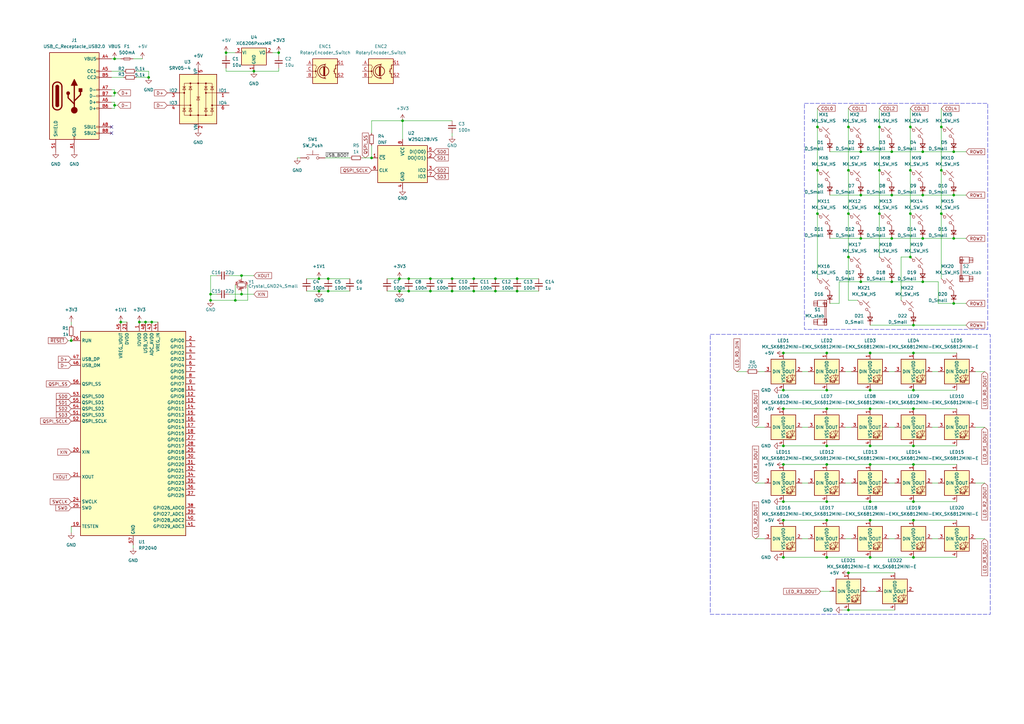
<source format=kicad_sch>
(kicad_sch (version 20231120) (generator "eeschema") (generator_version "7.99")
  (paper "A3")
  (junction (at 321.31 182.88))
  (junction (at 353.06 62.23))
  (junction (at 378.46 80.01))
  (junction (at 373.38 105.41))
  (junction (at 46.99 38.1))
  (junction (at 335.28 87.63))
  (junction (at 365.76 97.79))
  (junction (at 104.14 29.21))
  (junction (at 391.16 124.46))
  (junction (at 339.09 167.64))
  (junction (at 374.65 167.64))
  (junction (at 176.53 114.3))
  (junction (at 347.98 234.95))
  (junction (at 356.87 205.74))
  (junction (at 373.38 87.63))
  (junction (at 321.31 167.64))
  (junction (at 29.21 139.7))
  (junction (at 203.2 119.38))
  (junction (at 167.64 114.3))
  (junction (at 92.71 21.59))
  (junction (at 386.08 52.07))
  (junction (at 96.52 123.19))
  (junction (at 335.28 69.85))
  (junction (at 360.68 69.85))
  (junction (at 374.65 190.5))
  (junction (at 86.36 123.19))
  (junction (at 321.31 144.78))
  (junction (at 49.53 132.08))
  (junction (at 57.15 132.08))
  (junction (at 374.65 133.35))
  (junction (at 46.99 43.18))
  (junction (at 339.09 190.5))
  (junction (at 360.68 87.63))
  (junction (at 99.06 113.03))
  (junction (at 339.09 213.36))
  (junction (at 373.38 69.85))
  (junction (at 353.06 80.01))
  (junction (at 212.09 114.3))
  (junction (at 185.42 114.3))
  (junction (at 386.08 69.85))
  (junction (at 163.83 119.38))
  (junction (at 347.98 69.85))
  (junction (at 99.06 120.65))
  (junction (at 347.98 105.41))
  (junction (at 339.09 228.6))
  (junction (at 356.87 160.02))
  (junction (at 212.09 119.38))
  (junction (at 356.87 228.6))
  (junction (at 59.69 132.08))
  (junction (at 374.65 228.6))
  (junction (at 378.46 115.57))
  (junction (at 386.08 87.63))
  (junction (at 356.87 190.5))
  (junction (at 347.98 250.19))
  (junction (at 339.09 205.74))
  (junction (at 374.65 144.78))
  (junction (at 391.16 62.23))
  (junction (at 130.81 114.3))
  (junction (at 391.16 97.79))
  (junction (at 365.76 80.01))
  (junction (at 335.28 52.07))
  (junction (at 365.76 115.57))
  (junction (at 374.65 182.88))
  (junction (at 378.46 97.79))
  (junction (at 86.36 120.65))
  (junction (at 339.09 182.88))
  (junction (at 374.65 160.02))
  (junction (at 203.2 114.3))
  (junction (at 167.64 119.38))
  (junction (at 134.62 114.3))
  (junction (at 374.65 205.74))
  (junction (at 130.81 119.38))
  (junction (at 378.46 62.23))
  (junction (at 347.98 52.07))
  (junction (at 365.76 62.23))
  (junction (at 356.87 144.78))
  (junction (at 185.42 119.38))
  (junction (at 360.68 52.07))
  (junction (at 321.31 160.02))
  (junction (at 353.06 97.79))
  (junction (at 356.87 213.36))
  (junction (at 356.87 167.64))
  (junction (at 163.83 114.3))
  (junction (at 356.87 182.88))
  (junction (at 391.16 80.01))
  (junction (at 339.09 160.02))
  (junction (at 114.3 21.59))
  (junction (at 60.96 31.75))
  (junction (at 321.31 205.74))
  (junction (at 347.98 87.63))
  (junction (at 353.06 115.57))
  (junction (at 374.65 213.36))
  (junction (at 194.31 119.38))
  (junction (at 194.31 114.3))
  (junction (at 176.53 119.38))
  (junction (at 165.1 49.53))
  (junction (at 321.31 228.6))
  (junction (at 373.38 52.07))
  (junction (at 152.4 64.77))
  (junction (at 339.09 144.78))
  (junction (at 321.31 213.36))
  (junction (at 62.23 132.08))
  (junction (at 46.99 24.13))
  (junction (at 134.62 119.38))
  (junction (at 321.31 190.5))
  (no_connect (at 45.72 52.07))
  (no_connect (at 45.72 54.61))
  (wire (pts (xy 49.53 132.08) (xy 52.07 132.08)))
  (wire (pts (xy 167.64 114.3) (xy 176.53 114.3)))
  (wire (pts (xy 125.73 119.38) (xy 130.81 119.38)))
  (wire (pts (xy 185.42 119.38) (xy 194.31 119.38)))
  (wire (pts (xy 165.1 49.53) (xy 152.4 49.53)))
  (wire (pts (xy 59.69 132.08) (xy 62.23 132.08)))
  (wire (pts (xy 55.88 29.21) (xy 60.96 29.21)))
  (wire (pts (xy 400.05 220.98) (xy 403.86 220.98)))
  (wire (pts (xy 335.28 87.63) (xy 335.28 114.3)))
  (wire (pts (xy 374.65 144.78) (xy 392.43 144.78)))
  (wire (pts (xy 336.55 242.57) (xy 340.36 242.57)))
  (wire (pts (xy 391.16 124.46) (xy 396.24 124.46)))
  (wire (pts (xy 203.2 114.3) (xy 212.09 114.3)))
  (wire (pts (xy 347.98 123.19) (xy 351.79 123.19)))
  (wire (pts (xy 99.06 113.03) (xy 99.06 114.3)))
  (wire (pts (xy 123.19 64.77) (xy 121.92 64.77)))
  (wire (pts (xy 353.06 115.57) (xy 365.76 115.57)))
  (wire (pts (xy 176.53 119.38) (xy 185.42 119.38)))
  (wire (pts (xy 345.44 250.19) (xy 347.98 250.19)))
  (wire (pts (xy 382.27 220.98) (xy 384.81 220.98)))
  (wire (pts (xy 321.31 144.78) (xy 339.09 144.78)))
  (wire (pts (xy 48.26 38.1) (xy 46.99 38.1)))
  (wire (pts (xy 45.72 31.75) (xy 50.8 31.75)))
  (wire (pts (xy 194.31 119.38) (xy 203.2 119.38)))
  (wire (pts (xy 46.99 24.13) (xy 49.53 24.13)))
  (wire (pts (xy 384.81 124.46) (xy 384.81 115.57)))
  (wire (pts (xy 46.99 38.1) (xy 46.99 39.37)))
  (wire (pts (xy 309.88 175.26) (xy 313.69 175.26)))
  (wire (pts (xy 374.65 205.74) (xy 392.43 205.74)))
  (wire (pts (xy 355.6 242.57) (xy 359.41 242.57)))
  (wire (pts (xy 101.6 123.19) (xy 101.6 116.84)))
  (wire (pts (xy 46.99 43.18) (xy 46.99 44.45)))
  (wire (pts (xy 347.98 52.07) (xy 347.98 69.85)))
  (wire (pts (xy 309.88 198.12) (xy 313.69 198.12)))
  (wire (pts (xy 176.53 114.3) (xy 185.42 114.3)))
  (wire (pts (xy 29.21 215.9) (xy 29.21 218.44)))
  (wire (pts (xy 152.4 49.53) (xy 152.4 54.61)))
  (wire (pts (xy 340.36 62.23) (xy 353.06 62.23)))
  (wire (pts (xy 353.06 80.01) (xy 365.76 80.01)))
  (wire (pts (xy 391.16 62.23) (xy 396.24 62.23)))
  (wire (pts (xy 365.76 62.23) (xy 378.46 62.23)))
  (wire (pts (xy 346.71 198.12) (xy 349.25 198.12)))
  (wire (pts (xy 364.49 198.12) (xy 367.03 198.12)))
  (wire (pts (xy 365.76 97.79) (xy 378.46 97.79)))
  (wire (pts (xy 158.75 114.3) (xy 163.83 114.3)))
  (wire (pts (xy 374.65 167.64) (xy 392.43 167.64)))
  (wire (pts (xy 400.05 198.12) (xy 403.86 198.12)))
  (wire (pts (xy 339.09 182.88) (xy 356.87 182.88)))
  (wire (pts (xy 60.96 31.75) (xy 60.96 29.21)))
  (wire (pts (xy 369.57 105.41) (xy 369.57 123.19)))
  (wire (pts (xy 114.3 27.94) (xy 114.3 29.21)))
  (wire (pts (xy 203.2 119.38) (xy 212.09 119.38)))
  (wire (pts (xy 86.36 120.65) (xy 86.36 123.19)))
  (wire (pts (xy 55.88 31.75) (xy 60.96 31.75)))
  (wire (pts (xy 364.49 175.26) (xy 367.03 175.26)))
  (wire (pts (xy 347.98 44.45) (xy 347.98 52.07)))
  (wire (pts (xy 328.93 175.26) (xy 331.47 175.26)))
  (wire (pts (xy 328.93 220.98) (xy 331.47 220.98)))
  (wire (pts (xy 356.87 190.5) (xy 374.65 190.5)))
  (wire (pts (xy 46.99 41.91) (xy 46.99 43.18)))
  (wire (pts (xy 185.42 114.3) (xy 194.31 114.3)))
  (wire (pts (xy 356.87 144.78) (xy 374.65 144.78)))
  (wire (pts (xy 114.3 29.21) (xy 104.14 29.21)))
  (wire (pts (xy 364.49 152.4) (xy 367.03 152.4)))
  (wire (pts (xy 125.73 114.3) (xy 130.81 114.3)))
  (wire (pts (xy 382.27 152.4) (xy 384.81 152.4)))
  (wire (pts (xy 339.09 228.6) (xy 356.87 228.6)))
  (wire (pts (xy 167.64 119.38) (xy 176.53 119.38)))
  (wire (pts (xy 29.21 132.08) (xy 29.21 133.35)))
  (wire (pts (xy 360.68 52.07) (xy 360.68 69.85)))
  (wire (pts (xy 346.71 175.26) (xy 349.25 175.26)))
  (wire (pts (xy 373.38 52.07) (xy 373.38 69.85)))
  (wire (pts (xy 374.65 190.5) (xy 392.43 190.5)))
  (wire (pts (xy 45.72 24.13) (xy 46.99 24.13)))
  (wire (pts (xy 99.06 119.38) (xy 99.06 120.65)))
  (wire (pts (xy 212.09 119.38) (xy 220.98 119.38)))
  (wire (pts (xy 360.68 87.63) (xy 360.68 105.41)))
  (wire (pts (xy 163.83 119.38) (xy 167.64 119.38)))
  (wire (pts (xy 86.36 120.65) (xy 88.9 120.65)))
  (wire (pts (xy 339.09 213.36) (xy 356.87 213.36)))
  (wire (pts (xy 384.81 115.57) (xy 378.46 115.57)))
  (wire (pts (xy 165.1 49.53) (xy 165.1 57.15)))
  (wire (pts (xy 321.31 160.02) (xy 339.09 160.02)))
  (wire (pts (xy 356.87 228.6) (xy 374.65 228.6)))
  (wire (pts (xy 373.38 69.85) (xy 373.38 87.63)))
  (wire (pts (xy 340.36 124.46) (xy 344.17 124.46)))
  (wire (pts (xy 321.31 213.36) (xy 339.09 213.36)))
  (wire (pts (xy 356.87 182.88) (xy 374.65 182.88)))
  (wire (pts (xy 364.49 220.98) (xy 367.03 220.98)))
  (wire (pts (xy 46.99 39.37) (xy 45.72 39.37)))
  (wire (pts (xy 62.23 132.08) (xy 64.77 132.08)))
  (wire (pts (xy 302.26 152.4) (xy 306.07 152.4)))
  (wire (pts (xy 309.88 220.98) (xy 313.69 220.98)))
  (wire (pts (xy 54.61 223.52) (xy 54.61 224.79)))
  (wire (pts (xy 365.76 115.57) (xy 378.46 115.57)))
  (wire (pts (xy 386.08 52.07) (xy 386.08 69.85)))
  (wire (pts (xy 386.08 69.85) (xy 386.08 87.63)))
  (wire (pts (xy 369.57 105.41) (xy 373.38 105.41)))
  (wire (pts (xy 152.4 59.69) (xy 152.4 64.77)))
  (wire (pts (xy 382.27 198.12) (xy 384.81 198.12)))
  (wire (pts (xy 92.71 29.21) (xy 92.71 27.94)))
  (wire (pts (xy 353.06 62.23) (xy 365.76 62.23)))
  (wire (pts (xy 339.09 160.02) (xy 356.87 160.02)))
  (wire (pts (xy 185.42 54.61) (xy 185.42 55.88)))
  (wire (pts (xy 374.65 213.36) (xy 392.43 213.36)))
  (wire (pts (xy 111.76 21.59) (xy 114.3 21.59)))
  (wire (pts (xy 96.52 123.19) (xy 101.6 123.19)))
  (wire (pts (xy 344.17 115.57) (xy 353.06 115.57)))
  (wire (pts (xy 339.09 190.5) (xy 356.87 190.5)))
  (wire (pts (xy 335.28 52.07) (xy 335.28 69.85)))
  (wire (pts (xy 328.93 198.12) (xy 331.47 198.12)))
  (wire (pts (xy 356.87 133.35) (xy 374.65 133.35)))
  (wire (pts (xy 344.17 124.46) (xy 344.17 115.57)))
  (wire (pts (xy 340.36 80.01) (xy 353.06 80.01)))
  (wire (pts (xy 86.36 113.03) (xy 86.36 120.65)))
  (wire (pts (xy 114.3 21.59) (xy 114.3 22.86)))
  (wire (pts (xy 321.31 205.74) (xy 339.09 205.74)))
  (wire (pts (xy 378.46 80.01) (xy 391.16 80.01)))
  (wire (pts (xy 347.98 234.95) (xy 367.03 234.95)))
  (wire (pts (xy 86.36 123.19) (xy 96.52 123.19)))
  (wire (pts (xy 194.31 114.3) (xy 203.2 114.3)))
  (wire (pts (xy 99.06 120.65) (xy 104.14 120.65)))
  (wire (pts (xy 130.81 119.38) (xy 134.62 119.38)))
  (wire (pts (xy 400.05 152.4) (xy 403.86 152.4)))
  (wire (pts (xy 45.72 41.91) (xy 46.99 41.91)))
  (wire (pts (xy 311.15 152.4) (xy 313.69 152.4)))
  (wire (pts (xy 374.65 182.88) (xy 392.43 182.88)))
  (wire (pts (xy 373.38 87.63) (xy 373.38 105.41)))
  (wire (pts (xy 29.21 138.43) (xy 29.21 139.7)))
  (wire (pts (xy 99.06 113.03) (xy 104.14 113.03)))
  (wire (pts (xy 347.98 105.41) (xy 347.98 123.19)))
  (wire (pts (xy 96.52 116.84) (xy 96.52 123.19)))
  (wire (pts (xy 130.81 114.3) (xy 134.62 114.3)))
  (wire (pts (xy 339.09 205.74) (xy 356.87 205.74)))
  (wire (pts (xy 374.65 228.6) (xy 392.43 228.6)))
  (wire (pts (xy 321.31 190.5) (xy 339.09 190.5)))
  (wire (pts (xy 391.16 124.46) (xy 384.81 124.46)))
  (wire (pts (xy 148.59 64.77) (xy 152.4 64.77)))
  (wire (pts (xy 339.09 144.78) (xy 356.87 144.78)))
  (wire (pts (xy 335.28 69.85) (xy 335.28 87.63)))
  (wire (pts (xy 212.09 114.3) (xy 220.98 114.3)))
  (wire (pts (xy 378.46 62.23) (xy 391.16 62.23)))
  (wire (pts (xy 134.62 114.3) (xy 143.51 114.3)))
  (wire (pts (xy 321.31 182.88) (xy 339.09 182.88)))
  (wire (pts (xy 347.98 87.63) (xy 347.98 105.41)))
  (wire (pts (xy 391.16 80.01) (xy 396.24 80.01)))
  (wire (pts (xy 46.99 44.45) (xy 45.72 44.45)))
  (wire (pts (xy 328.93 152.4) (xy 331.47 152.4)))
  (wire (pts (xy 133.35 64.77) (xy 143.51 64.77)))
  (wire (pts (xy 360.68 44.45) (xy 360.68 52.07)))
  (wire (pts (xy 382.27 175.26) (xy 384.81 175.26)))
  (wire (pts (xy 340.36 97.79) (xy 353.06 97.79)))
  (wire (pts (xy 346.71 220.98) (xy 349.25 220.98)))
  (wire (pts (xy 356.87 167.64) (xy 374.65 167.64)))
  (wire (pts (xy 96.52 21.59) (xy 92.71 21.59)))
  (wire (pts (xy 45.72 36.83) (xy 46.99 36.83)))
  (wire (pts (xy 321.31 228.6) (xy 339.09 228.6)))
  (wire (pts (xy 356.87 213.36) (xy 374.65 213.36)))
  (wire (pts (xy 320.04 205.74) (xy 321.31 205.74)))
  (wire (pts (xy 104.14 29.21) (xy 92.71 29.21)))
  (wire (pts (xy 378.46 97.79) (xy 391.16 97.79)))
  (wire (pts (xy 400.05 175.26) (xy 403.86 175.26)))
  (wire (pts (xy 86.36 113.03) (xy 88.9 113.03)))
  (wire (pts (xy 46.99 43.18) (xy 48.26 43.18)))
  (wire (pts (xy 347.98 69.85) (xy 347.98 87.63)))
  (wire (pts (xy 346.71 152.4) (xy 349.25 152.4)))
  (wire (pts (xy 320.04 160.02) (xy 321.31 160.02)))
  (wire (pts (xy 356.87 160.02) (xy 374.65 160.02)))
  (wire (pts (xy 360.68 69.85) (xy 360.68 87.63)))
  (wire (pts (xy 353.06 97.79) (xy 365.76 97.79)))
  (wire (pts (xy 320.04 228.6) (xy 321.31 228.6)))
  (wire (pts (xy 92.71 21.59) (xy 92.71 22.86)))
  (wire (pts (xy 93.98 113.03) (xy 99.06 113.03)))
  (wire (pts (xy 374.65 133.35) (xy 396.24 133.35)))
  (wire (pts (xy 45.72 29.21) (xy 50.8 29.21)))
  (wire (pts (xy 321.31 167.64) (xy 339.09 167.64)))
  (wire (pts (xy 391.16 97.79) (xy 396.24 97.79)))
  (wire (pts (xy 54.61 24.13) (xy 58.42 24.13)))
  (wire (pts (xy 57.15 132.08) (xy 59.69 132.08)))
  (wire (pts (xy 347.98 250.19) (xy 367.03 250.19)))
  (wire (pts (xy 365.76 80.01) (xy 378.46 80.01)))
  (wire (pts (xy 374.65 160.02) (xy 392.43 160.02)))
  (wire (pts (xy 46.99 36.83) (xy 46.99 38.1)))
  (wire (pts (xy 27.94 139.7) (xy 29.21 139.7)))
  (wire (pts (xy 320.04 182.88) (xy 321.31 182.88)))
  (wire (pts (xy 165.1 49.53) (xy 185.42 49.53)))
  (wire (pts (xy 335.28 44.45) (xy 335.28 52.07)))
  (wire (pts (xy 158.75 119.38) (xy 163.83 119.38)))
  (wire (pts (xy 163.83 114.3) (xy 167.64 114.3)))
  (wire (pts (xy 356.87 205.74) (xy 374.65 205.74)))
  (wire (pts (xy 93.98 120.65) (xy 99.06 120.65)))
  (wire (pts (xy 386.08 87.63) (xy 386.08 114.3)))
  (wire (pts (xy 386.08 44.45) (xy 386.08 52.07)))
  (wire (pts (xy 373.38 44.45) (xy 373.38 52.07)))
  (wire (pts (xy 339.09 167.64) (xy 356.87 167.64)))
  (wire (pts (xy 134.62 119.38) (xy 143.51 119.38)))
  (rectangle (start 291.338 137.16) (end 406.146 251.968) (stroke (width 0) (type dash)))
  (rectangle (start 329.946 42.418) (end 405.13 135.128) (stroke (width 0) (type dash)))
  (label "~{USB_BOOT}" (at 133.35 64.77 0))
  (global_label "LED_R3_DOUT" (shape input) (at 403.86 220.98 270) (property "Intersheetrefs" "${INTERSHEET_REFS}" (effects (hide yes))))
  (global_label "LED_R0_DIN" (shape input) (at 302.26 152.4 90) (property "Intersheetrefs" "${INTERSHEET_REFS}" (effects (hide yes))))
  (global_label "LED_R0_DOUT" (shape input) (at 309.88 175.26 90) (property "Intersheetrefs" "${INTERSHEET_REFS}" (effects (hide yes))))
  (global_label "QSPI_SCLK" (shape input) (at 152.4 69.85 180) (property "Intersheetrefs" "${INTERSHEET_REFS}" (effects (hide yes))))
  (global_label "D+" (shape input) (at 48.26 38.1 0) (property "Intersheetrefs" "${INTERSHEET_REFS}" (effects (hide yes))))
  (global_label "LED_R3_DOUT" (shape input) (at 336.55 242.57 180) (property "Intersheetrefs" "${INTERSHEET_REFS}" (effects (hide yes))))
  (global_label "QSPI_SCLK" (shape input) (at 29.21 172.72 180) (property "Intersheetrefs" "${INTERSHEET_REFS}" (effects (hide yes))))
  (global_label "LED_R0_DOUT" (shape input) (at 403.86 152.4 270) (property "Intersheetrefs" "${INTERSHEET_REFS}" (effects (hide yes))))
  (global_label "SD0" (shape input) (at 177.8 62.23 0) (property "Intersheetrefs" "${INTERSHEET_REFS}" (effects (hide yes))))
  (global_label "LED_R1_DOUT" (shape input) (at 309.88 198.12 90) (property "Intersheetrefs" "${INTERSHEET_REFS}" (effects (hide yes))))
  (global_label "D-" (shape input) (at 68.58 43.18 180) (property "Intersheetrefs" "${INTERSHEET_REFS}" (effects (hide yes))))
  (global_label "~{RESET}" (shape input) (at 27.94 139.7 180) (property "Intersheetrefs" "${INTERSHEET_REFS}" (effects (hide yes))))
  (global_label "SD2" (shape input) (at 29.21 167.64 180) (property "Intersheetrefs" "${INTERSHEET_REFS}" (effects (hide yes))))
  (global_label "D-" (shape input) (at 48.26 43.18 0) (property "Intersheetrefs" "${INTERSHEET_REFS}" (effects (hide yes))))
  (global_label "XIN" (shape input) (at 104.14 120.65 0) (property "Intersheetrefs" "${INTERSHEET_REFS}" (effects (hide yes))))
  (global_label "SD1" (shape input) (at 177.8 64.77 0) (property "Intersheetrefs" "${INTERSHEET_REFS}" (effects (hide yes))))
  (global_label "COL2" (shape input) (at 360.68 44.45 0) (property "Intersheetrefs" "${INTERSHEET_REFS}" (effects (hide yes))))
  (global_label "SD1" (shape input) (at 29.21 165.1 180) (property "Intersheetrefs" "${INTERSHEET_REFS}" (effects (hide yes))))
  (global_label "XOUT" (shape input) (at 104.14 113.03 0) (property "Intersheetrefs" "${INTERSHEET_REFS}" (effects (hide yes))))
  (global_label "ROW3" (shape input) (at 396.24 124.46 0) (property "Intersheetrefs" "${INTERSHEET_REFS}" (effects (hide yes))))
  (global_label "LED_R2_DOUT" (shape input) (at 309.88 220.98 90) (property "Intersheetrefs" "${INTERSHEET_REFS}" (effects (hide yes))))
  (global_label "SD2" (shape input) (at 177.8 69.85 0) (property "Intersheetrefs" "${INTERSHEET_REFS}" (effects (hide yes))))
  (global_label "LED_R1_DOUT" (shape input) (at 403.86 175.26 270) (property "Intersheetrefs" "${INTERSHEET_REFS}" (effects (hide yes))))
  (global_label "SD3" (shape input) (at 177.8 72.39 0) (property "Intersheetrefs" "${INTERSHEET_REFS}" (effects (hide yes))))
  (global_label "D+" (shape input) (at 68.58 38.1 180) (property "Intersheetrefs" "${INTERSHEET_REFS}" (effects (hide yes))))
  (global_label "SWCLK" (shape input) (at 29.21 205.74 180) (property "Intersheetrefs" "${INTERSHEET_REFS}" (effects (hide yes))))
  (global_label "ROW1" (shape input) (at 396.24 80.01 0) (property "Intersheetrefs" "${INTERSHEET_REFS}" (effects (hide yes))))
  (global_label "QSPI_SS" (shape input) (at 29.21 157.48 180) (property "Intersheetrefs" "${INTERSHEET_REFS}" (effects (hide yes))))
  (global_label "SWD" (shape input) (at 29.21 208.28 180) (property "Intersheetrefs" "${INTERSHEET_REFS}" (effects (hide yes))))
  (global_label "ROW0" (shape input) (at 396.24 62.23 0) (property "Intersheetrefs" "${INTERSHEET_REFS}" (effects (hide yes))))
  (global_label "SD3" (shape input) (at 29.21 170.18 180) (property "Intersheetrefs" "${INTERSHEET_REFS}" (effects (hide yes))))
  (global_label "D-" (shape input) (at 29.21 149.86 180) (property "Intersheetrefs" "${INTERSHEET_REFS}" (effects (hide yes))))
  (global_label "COL0" (shape input) (at 335.28 44.45 0) (property "Intersheetrefs" "${INTERSHEET_REFS}" (effects (hide yes))))
  (global_label "LED_R2_DOUT" (shape input) (at 403.86 198.12 270) (property "Intersheetrefs" "${INTERSHEET_REFS}" (effects (hide yes))))
  (global_label "ROW4" (shape input) (at 396.24 133.35 0) (property "Intersheetrefs" "${INTERSHEET_REFS}" (effects (hide yes))))
  (global_label "COL1" (shape input) (at 347.98 44.45 0) (property "Intersheetrefs" "${INTERSHEET_REFS}" (effects (hide yes))))
  (global_label "QSPI_SS" (shape input) (at 149.86 64.77 90) (property "Intersheetrefs" "${INTERSHEET_REFS}" (effects (hide yes))))
  (global_label "SD0" (shape input) (at 29.21 162.56 180) (property "Intersheetrefs" "${INTERSHEET_REFS}" (effects (hide yes))))
  (global_label "XOUT" (shape input) (at 29.21 195.58 180) (property "Intersheetrefs" "${INTERSHEET_REFS}" (effects (hide yes))))
  (global_label "XIN" (shape input) (at 29.21 185.42 180) (property "Intersheetrefs" "${INTERSHEET_REFS}" (effects (hide yes))))
  (global_label "ROW2" (shape input) (at 396.24 97.79 0) (property "Intersheetrefs" "${INTERSHEET_REFS}" (effects (hide yes))))
  (global_label "COL4" (shape input) (at 386.08 44.45 0) (property "Intersheetrefs" "${INTERSHEET_REFS}" (effects (hide yes))))
  (global_label "COL3" (shape input) (at 373.38 44.45 0) (property "Intersheetrefs" "${INTERSHEET_REFS}" (effects (hide yes))))
  (global_label "D+" (shape input) (at 29.21 147.32 180) (property "Intersheetrefs" "${INTERSHEET_REFS}" (effects (hide yes))))
  (symbol (lib_id "Device:C_Small") (at 203.2 116.84 0) (unit 1)
    (property "Reference" "C12" (at 205.74 115.5762 0) (effects (justify left)))
    (property "Value" "100n" (at 205.74 118.1162 0) (effects (justify left)))
    (property "Footprint" "Capacitor_SMD:C_0402_1005Metric" (effects (hide yes)))
    (property "Description" "Unpolarized capacitor, small symbol" (effects (hide yes)))
  )
  (symbol (lib_id "Device:C_Small") (at 92.71 25.4 0) (unit 1)
    (property "Reference" "C1" (at 95.25 24.1362 0) (effects (justify left)))
    (property "Value" "10u" (at 95.25 26.6762 0) (effects (justify left)))
    (property "Footprint" "Capacitor_SMD:C_0402_1005Metric" (effects (hide yes)))
    (property "Description" "Unpolarized capacitor, small symbol" (effects (hide yes)))
  )
  (symbol (lib_id "PCM_marbastlib-mx:MX_SK6812MINI-E") (at 367.03 242.57 0) (unit 1)
    (property "Reference" "LED22" (at 367.03 229.87 0))
    (property "Value" "MX_SK6812MINI-E" (at 367.03 232.41 0))
    (property "Footprint" "PCM_marbastlib-mx:LED_MX_6028R-ROT" (effects (hide yes)))
  )
  (symbol (lib_id "Device:R_Small") (at 152.4 57.15 180) (unit 1)
    (property "Reference" "R4" (at 154.94 55.8799 0) (effects (justify right)))
    (property "Value" "DNF" (at 154.94 58.4199 0) (effects (justify right)))
    (property "Footprint" "Resistor_SMD:R_0402_1005Metric" (effects (hide yes)))
    (property "Description" "Resistor, small symbol" (effects (hide yes)))
  )
  (symbol (lib_id "power:+5V") (at 81.28 27.94 0) (mirror y) (unit 1)
    (property "Reference" "#PWR022" (effects (hide yes)))
    (property "Value" "+5V" (at 81.28 22.86 0))
  )
  (symbol (lib_id "power:GND") (at 86.36 123.19 0) (unit 1)
    (property "Reference" "#PWR034" (effects (hide yes)))
    (property "Value" "GND" (at 86.36 127 0))
  )
  (symbol (lib_id "PCM_marbastlib-mx:MX_SW_HS") (at 350.52 72.39 0) (unit 1)
    (property "Reference" "MX7" (at 350.52 64.77 0))
    (property "Value" "MX_SW_HS" (at 350.52 67.31 0))
    (property "Footprint" "PCM_marbastlib-mx:SW_MX_HS_1u" (effects (hide yes)))
  )
  (symbol (lib_id "Device:C_Small") (at 220.98 116.84 0) (unit 1)
    (property "Reference" "C14" (at 223.52 115.5762 0) (effects (justify left)))
    (property "Value" "1u" (at 223.52 118.1162 0) (effects (justify left)))
    (property "Footprint" "Capacitor_SMD:C_0402_1005Metric" (effects (hide yes)))
    (property "Description" "Unpolarized capacitor, small symbol" (effects (hide yes)))
  )
  (symbol (lib_id "Device:D_Small") (at 374.65 130.81 270) (mirror x) (unit 1)
    (property "Reference" "D22" (at 372.11 129.54 90) (effects (justify right)))
    (property "Value" "D_Small" (at 372.11 132.08 90) (effects (justify right)))
    (property "Footprint" "Diode_SMD:D_0402_1005Metric" (effects (hide yes)))
    (property "Sim.Device" "D" (effects (hide yes)))
    (property "Sim.Pins" "1=K 2=A" (effects (hide yes)))
  )
  (symbol (lib_id "Device:C_Small") (at 167.64 116.84 0) (unit 1)
    (property "Reference" "C8" (at 170.18 115.5762 0) (effects (justify left)))
    (property "Value" "100n" (at 170.18 118.1162 0) (effects (justify left)))
    (property "Footprint" "Capacitor_SMD:C_0402_1005Metric" (effects (hide yes)))
    (property "Description" "Unpolarized capacitor, small symbol" (effects (hide yes)))
  )
  (symbol (lib_id "PCM_marbastlib-mx:MX_SW_HS") (at 350.52 90.17 0) (unit 1)
    (property "Reference" "MX12" (at 350.52 82.55 0))
    (property "Value" "MX_SW_HS" (at 350.52 85.09 0))
    (property "Footprint" "PCM_marbastlib-mx:SW_MX_HS_1u" (effects (hide yes)))
  )
  (symbol (lib_id "Device:D_Small") (at 391.16 121.92 270) (mirror x) (unit 1)
    (property "Reference" "D20" (at 388.62 120.65 90) (effects (justify right)))
    (property "Value" "D_Small" (at 388.62 123.19 90) (effects (justify right)))
    (property "Footprint" "Diode_SMD:D_0402_1005Metric" (effects (hide yes)))
    (property "Sim.Device" "D" (effects (hide yes)))
    (property "Sim.Pins" "1=K 2=A" (effects (hide yes)))
  )
  (symbol (lib_id "power:GND") (at 130.81 119.38 0) (unit 1)
    (property "Reference" "#PWR031" (effects (hide yes)))
    (property "Value" "GND" (at 130.81 123.19 0))
  )
  (symbol (lib_id "Device:D_Small") (at 365.76 113.03 270) (mirror x) (unit 1)
    (property "Reference" "D18" (at 363.22 111.76 90) (effects (justify right)))
    (property "Value" "D_Small" (at 363.22 114.3 90) (effects (justify right)))
    (property "Footprint" "Diode_SMD:D_0402_1005Metric" (effects (hide yes)))
    (property "Sim.Device" "D" (effects (hide yes)))
    (property "Sim.Pins" "1=K 2=A" (effects (hide yes)))
  )
  (symbol (lib_id "PCM_marbastlib-mx:MX_SW_HS") (at 388.62 54.61 0) (unit 1)
    (property "Reference" "MX5" (at 388.62 46.99 0))
    (property "Value" "MX_SW_HS" (at 388.62 49.53 0))
    (property "Footprint" "PCM_marbastlib-mx:SW_MX_HS_1u" (effects (hide yes)))
  )
  (symbol (lib_id "PCM_marbastlib-mx:MX_SW_HS") (at 337.82 116.84 0) (unit 1)
    (property "Reference" "MX16" (at 337.82 109.22 0))
    (property "Value" "MX_SW_HS" (at 337.82 111.76 0))
    (property "Footprint" "PCM_marbastlib-mx:SW_MX_HS_1u" (effects (hide yes)))
  )
  (symbol (lib_id "Device:D_Small") (at 340.36 59.69 270) (mirror x) (unit 1)
    (property "Reference" "D1" (at 337.82 58.42 90) (effects (justify right)))
    (property "Value" "D_Small" (at 337.82 60.96 90) (effects (justify right)))
    (property "Footprint" "Diode_SMD:D_0402_1005Metric" (effects (hide yes)))
    (property "Sim.Device" "D" (effects (hide yes)))
    (property "Sim.Pins" "1=K 2=A" (effects (hide yes)))
  )
  (symbol (lib_id "Device:D_Small") (at 365.76 59.69 270) (mirror x) (unit 1)
    (property "Reference" "D3" (at 363.22 58.42 90) (effects (justify right)))
    (property "Value" "D_Small" (at 363.22 60.96 90) (effects (justify right)))
    (property "Footprint" "Diode_SMD:D_0402_1005Metric" (effects (hide yes)))
    (property "Sim.Device" "D" (effects (hide yes)))
    (property "Sim.Pins" "1=K 2=A" (effects (hide yes)))
  )
  (symbol (lib_id "PCM_marbastlib-mx:MX_stab") (at 396.24 110.49 270) (unit 1)
    (property "Reference" "S2" (at 397.51 109.22 90) (effects (justify right)))
    (property "Value" "MX_stab" (at 402.59 111.76 90) (effects (justify right)))
    (property "Footprint" "PCM_marbastlib-mx:STAB_MX_P_2u" (effects (hide yes)))
  )
  (symbol (lib_id "PCM_marbastlib-mx:MX_SK6812MINI-E") (at 347.98 242.57 0) (unit 1)
    (property "Reference" "LED21" (at 347.98 229.87 0))
    (property "Value" "MX_SK6812MINI-E" (at 347.98 232.41 0))
    (property "Footprint" "PCM_marbastlib-mx:LED_MX_6028R-ROT" (effects (hide yes)))
  )
  (symbol (lib_id "Connector:USB_C_Receptacle_USB2.0") (at 30.48 39.37 0) (unit 1)
    (property "Reference" "J1" (at 30.48 16.51 0))
    (property "Value" "USB_C_Receptacle_USB2.0" (at 30.48 19.05 0))
    (property "Footprint" "Connector_USB:USB_C_Receptacle_HRO_TYPE-C-31-M-12" (effects (hide yes)))
    (property "Datasheet" "https://www.usb.org/sites/default/files/documents/usb_type-c.zip" (effects (hide yes)))
    (property "Description" "USB 2.0-only Type-C Receptacle connector" (effects (hide yes)))
  )
  (symbol (lib_id "Device:D_Small") (at 340.36 95.25 270) (mirror x) (unit 1)
    (property "Reference" "D11" (at 337.82 93.98 90) (effects (justify right)))
    (property "Value" "D_Small" (at 337.82 96.52 90) (effects (justify right)))
    (property "Footprint" "Diode_SMD:D_0402_1005Metric" (effects (hide yes)))
    (property "Sim.Device" "D" (effects (hide yes)))
    (property "Sim.Pins" "1=K 2=A" (effects (hide yes)))
  )
  (symbol (lib_id "PCM_marbastlib-mx:MX_SK6812MINI-E") (at 374.65 220.98 0) (unit 1)
    (property "Reference" "LED19" (at 374.65 208.28 0))
    (property "Value" "MX_SK6812MINI-E" (at 374.65 210.82 0))
    (property "Footprint" "PCM_marbastlib-mx:LED_MX_6028R-ROT" (effects (hide yes)))
  )
  (symbol (lib_id "PCM_marbastlib-mx:MX_SK6812MINI-E") (at 392.43 175.26 0) (unit 1)
    (property "Reference" "LED10" (at 392.43 162.56 0))
    (property "Value" "MX_SK6812MINI-E" (at 392.43 165.1 0))
    (property "Footprint" "PCM_marbastlib-mx:LED_MX_6028R-ROT" (effects (hide yes)))
  )
  (symbol (lib_id "power:+1V1") (at 130.81 114.3 0) (unit 1)
    (property "Reference" "#PWR030" (effects (hide yes)))
    (property "Value" "+1V1" (at 130.81 109.22 0))
    (property "Description" "Power symbol creates a global label with name \"+1V1\"" (effects (hide yes)))
  )
  (symbol (lib_id "power:GND") (at 121.92 64.77 0) (mirror y) (unit 1)
    (property "Reference" "#PWR06" (effects (hide yes)))
    (property "Value" "GND" (at 121.92 69.85 0))
  )
  (symbol (lib_id "Device:R_Small") (at 308.61 152.4 90) (unit 1)
    (property "Reference" "R6" (at 308.61 148.59 90))
    (property "Value" "220" (at 308.61 150.368 90))
    (property "Footprint" "Resistor_SMD:R_0402_1005Metric" (effects (hide yes)))
    (property "Description" "Resistor, small symbol" (effects (hide yes)))
  )
  (symbol (lib_id "power:+5V") (at 347.98 234.95 90) (unit 1)
    (property "Reference" "#PWR013" (effects (hide yes)))
    (property "Value" "+5V" (at 344.17 234.9499 90) (effects (justify left)))
  )
  (symbol (lib_id "PCM_marbastlib-mx:MX_SW_HS") (at 337.82 72.39 0) (unit 1)
    (property "Reference" "MX6" (at 337.82 64.77 0))
    (property "Value" "MX_SW_HS" (at 337.82 67.31 0))
    (property "Footprint" "PCM_marbastlib-mx:SW_MX_HS_1u" (effects (hide yes)))
  )
  (symbol (lib_id "power:+5V") (at 58.42 24.13 0) (mirror y) (unit 1)
    (property "Reference" "#PWR03" (effects (hide yes)))
    (property "Value" "+5V" (at 58.42 19.05 0))
  )
  (symbol (lib_id "Device:D_Small") (at 378.46 113.03 270) (mirror x) (unit 1)
    (property "Reference" "D19" (at 375.92 111.76 90) (effects (justify right)))
    (property "Value" "D_Small" (at 375.92 114.3 90) (effects (justify right)))
    (property "Footprint" "Diode_SMD:D_0402_1005Metric" (effects (hide yes)))
    (property "Sim.Device" "D" (effects (hide yes)))
    (property "Sim.Pins" "1=K 2=A" (effects (hide yes)))
  )
  (symbol (lib_id "power:GND") (at 165.1 77.47 0) (unit 1)
    (property "Reference" "#PWR029" (effects (hide yes)))
    (property "Value" "GND" (at 165.1 81.28 0))
  )
  (symbol (lib_id "power:GND") (at 22.86 62.23 0) (unit 1)
    (property "Reference" "#PWR018" (effects (hide yes)))
    (property "Value" "GND" (at 22.86 67.31 0))
  )
  (symbol (lib_id "PCM_marbastlib-mx:MX_SW_HS") (at 350.52 54.61 0) (unit 1)
    (property "Reference" "MX2" (at 350.52 46.99 0))
    (property "Value" "MX_SW_HS" (at 350.52 49.53 0))
    (property "Footprint" "PCM_marbastlib-mx:SW_MX_HS_1u" (effects (hide yes)))
  )
  (symbol (lib_id "PCM_marbastlib-mx:MX_SW_HS") (at 337.82 54.61 0) (unit 1)
    (property "Reference" "MX1" (at 337.82 46.99 0))
    (property "Value" "MX_SW_HS" (at 337.82 49.53 0))
    (property "Footprint" "PCM_marbastlib-mx:SW_MX_HS_1u" (effects (hide yes)))
  )
  (symbol (lib_id "power:+5V") (at 321.31 144.78 90) (unit 1)
    (property "Reference" "#PWR01" (effects (hide yes)))
    (property "Value" "+5V" (at 317.5 144.7799 90) (effects (justify left)))
  )
  (symbol (lib_id "PCM_marbastlib-mx:MX_SW_HS") (at 363.22 90.17 0) (unit 1)
    (property "Reference" "MX13" (at 363.22 82.55 0))
    (property "Value" "MX_SW_HS" (at 363.22 85.09 0))
    (property "Footprint" "PCM_marbastlib-mx:SW_MX_HS_1u" (effects (hide yes)))
  )
  (symbol (lib_id "power:GND") (at 320.04 228.6 270) (unit 1)
    (property "Reference" "#PWR014" (effects (hide yes)))
    (property "Value" "GND" (at 316.23 228.5999 90) (effects (justify right)))
  )
  (symbol (lib_id "Device:D_Small") (at 391.16 77.47 270) (mirror x) (unit 1)
    (property "Reference" "D10" (at 388.62 76.2 90) (effects (justify right)))
    (property "Value" "D_Small" (at 388.62 78.74 90) (effects (justify right)))
    (property "Footprint" "Diode_SMD:D_0402_1005Metric" (effects (hide yes)))
    (property "Sim.Device" "D" (effects (hide yes)))
    (property "Sim.Pins" "1=K 2=A" (effects (hide yes)))
  )
  (symbol (lib_id "PCM_marbastlib-mx:MX_SW_HS") (at 363.22 107.95 0) (unit 1)
    (property "Reference" "MX18" (at 363.22 100.33 0))
    (property "Value" "MX_SW_HS" (at 363.22 102.87 0))
    (property "Footprint" "PCM_marbastlib-mx:SW_MX_HS_1u" (effects (hide yes)))
  )
  (symbol (lib_id "Device:C_Small") (at 212.09 116.84 0) (unit 1)
    (property "Reference" "C13" (at 214.63 115.5762 0) (effects (justify left)))
    (property "Value" "100n" (at 214.63 118.1162 0) (effects (justify left)))
    (property "Footprint" "Capacitor_SMD:C_0402_1005Metric" (effects (hide yes)))
    (property "Description" "Unpolarized capacitor, small symbol" (effects (hide yes)))
  )
  (symbol (lib_id "Device:R_Small") (at 53.34 29.21 90) (unit 1)
    (property "Reference" "R2" (at 49.784 28.194 90))
    (property "Value" "5.1k" (at 57.404 28.194 90))
    (property "Footprint" "Resistor_SMD:R_0402_1005Metric" (effects (hide yes)))
    (property "Description" "Resistor, small symbol" (effects (hide yes)))
  )
  (symbol (lib_id "Regulator_Linear:XC6206PxxxMR") (at 104.14 21.59 0) (unit 1)
    (property "Reference" "U4" (at 104.14 15.24 0))
    (property "Value" "XC6206PxxxMR" (at 104.14 17.78 0))
    (property "Footprint" "PCM_marbastlib-various:SOT-23-6-routable" (effects (hide yes)))
    (property "Datasheet" "https://www.torexsemi.com/file/xc6206/XC6206.pdf" (effects (hide yes)))
    (property "Description" "Positive 60-250mA Low Dropout Regulator, Fixed Output, SOT-23" (effects (hide yes)))
  )
  (symbol (lib_id "Device:D_Small") (at 353.06 95.25 270) (mirror x) (unit 1)
    (property "Reference" "D12" (at 350.52 93.98 90) (effects (justify right)))
    (property "Value" "D_Small" (at 350.52 96.52 90) (effects (justify right)))
    (property "Footprint" "Diode_SMD:D_0402_1005Metric" (effects (hide yes)))
    (property "Sim.Device" "D" (effects (hide yes)))
    (property "Sim.Pins" "1=K 2=A" (effects (hide yes)))
  )
  (symbol (lib_id "PCM_marbastlib-mx:MX_SW_HS") (at 375.92 54.61 0) (unit 1)
    (property "Reference" "MX4" (at 375.92 46.99 0))
    (property "Value" "MX_SW_HS" (at 375.92 49.53 0))
    (property "Footprint" "PCM_marbastlib-mx:SW_MX_HS_1u" (effects (hide yes)))
  )
  (symbol (lib_id "Device:D_Small") (at 378.46 59.69 270) (mirror x) (unit 1)
    (property "Reference" "D4" (at 375.92 58.42 90) (effects (justify right)))
    (property "Value" "D_Small" (at 375.92 60.96 90) (effects (justify right)))
    (property "Footprint" "Diode_SMD:D_0402_1005Metric" (effects (hide yes)))
    (property "Sim.Device" "D" (effects (hide yes)))
    (property "Sim.Pins" "1=K 2=A" (effects (hide yes)))
  )
  (symbol (lib_id "Device:D_Small") (at 378.46 95.25 270) (mirror x) (unit 1)
    (property "Reference" "D14" (at 375.92 93.98 90) (effects (justify right)))
    (property "Value" "D_Small" (at 375.92 96.52 90) (effects (justify right)))
    (property "Footprint" "Diode_SMD:D_0402_1005Metric" (effects (hide yes)))
    (property "Sim.Device" "D" (effects (hide yes)))
    (property "Sim.Pins" "1=K 2=A" (effects (hide yes)))
  )
  (symbol (lib_id "PCM_marbastlib-mx:MX_SW_HS") (at 363.22 54.61 0) (unit 1)
    (property "Reference" "MX3" (at 363.22 46.99 0))
    (property "Value" "MX_SW_HS" (at 363.22 49.53 0))
    (property "Footprint" "PCM_marbastlib-mx:SW_MX_HS_1u" (effects (hide yes)))
  )
  (symbol (lib_id "PCM_marbastlib-mx:MX_SW_HS") (at 375.92 90.17 0) (unit 1)
    (property "Reference" "MX14" (at 375.92 82.55 0))
    (property "Value" "MX_SW_HS" (at 375.92 85.09 0))
    (property "Footprint" "PCM_marbastlib-mx:SW_MX_HS_1u" (effects (hide yes)))
  )
  (symbol (lib_id "Device:C_Small") (at 158.75 116.84 0) (unit 1)
    (property "Reference" "C7" (at 161.29 115.5762 0) (effects (justify left)))
    (property "Value" "100n" (at 161.29 118.1162 0) (effects (justify left)))
    (property "Footprint" "Capacitor_SMD:C_0402_1005Metric" (effects (hide yes)))
    (property "Description" "Unpolarized capacitor, small symbol" (effects (hide yes)))
  )
  (symbol (lib_id "PCM_marbastlib-mx:MX_SW_HS") (at 375.92 107.95 0) (unit 1)
    (property "Reference" "MX19" (at 375.92 100.33 0))
    (property "Value" "MX_SW_HS" (at 375.92 102.87 0))
    (property "Footprint" "PCM_marbastlib-mx:SW_MX_HS_1u" (effects (hide yes)))
  )
  (symbol (lib_id "PCM_marbastlib-mx:MX_SK6812MINI-E") (at 356.87 220.98 0) (unit 1)
    (property "Reference" "LED18" (at 356.87 208.28 0))
    (property "Value" "MX_SK6812MINI-E" (at 356.87 210.82 0))
    (property "Footprint" "PCM_marbastlib-mx:LED_MX_6028R-ROT" (effects (hide yes)))
  )
  (symbol (lib_id "power:GND") (at 60.96 31.75 0) (unit 1)
    (property "Reference" "#PWR020" (effects (hide yes)))
    (property "Value" "GND" (at 60.96 36.83 0))
  )
  (symbol (lib_id "power:GND") (at 320.04 160.02 270) (unit 1)
    (property "Reference" "#PWR02" (effects (hide yes)))
    (property "Value" "GND" (at 316.23 160.0199 90) (effects (justify right)))
  )
  (symbol (lib_id "PCM_marbastlib-mx:MX_SK6812MINI-E") (at 392.43 152.4 0) (unit 1)
    (property "Reference" "LED5" (at 392.43 139.7 0))
    (property "Value" "MX_SK6812MINI-E" (at 392.43 142.24 0))
    (property "Footprint" "PCM_marbastlib-mx:LED_MX_6028R-ROT" (effects (hide yes)))
  )
  (symbol (lib_id "PCM_marbastlib-mx:MX_SK6812MINI-E") (at 356.87 198.12 0) (unit 1)
    (property "Reference" "LED13" (at 356.87 185.42 0))
    (property "Value" "MX_SK6812MINI-E" (at 356.87 187.96 0))
    (property "Footprint" "PCM_marbastlib-mx:LED_MX_6028R-ROT" (effects (hide yes)))
  )
  (symbol (lib_id "power:GND") (at 320.04 205.74 270) (unit 1)
    (property "Reference" "#PWR015" (effects (hide yes)))
    (property "Value" "GND" (at 316.23 205.7399 90) (effects (justify right)))
  )
  (symbol (lib_id "Device:C_Small") (at 185.42 52.07 0) (unit 1)
    (property "Reference" "C3" (at 187.96 50.8062 0) (effects (justify left)))
    (property "Value" "100n" (at 187.96 53.3462 0) (effects (justify left)))
    (property "Footprint" "Capacitor_SMD:C_0402_1005Metric" (effects (hide yes)))
    (property "Description" "Unpolarized capacitor, small symbol" (effects (hide yes)))
  )
  (symbol (lib_id "Device:D_Small") (at 391.16 95.25 270) (mirror x) (unit 1)
    (property "Reference" "D15" (at 388.62 93.98 90) (effects (justify right)))
    (property "Value" "D_Small" (at 388.62 96.52 90) (effects (justify right)))
    (property "Footprint" "Diode_SMD:D_0402_1005Metric" (effects (hide yes)))
    (property "Sim.Device" "D" (effects (hide yes)))
    (property "Sim.Pins" "1=K 2=A" (effects (hide yes)))
  )
  (symbol (lib_id "power:GND") (at 163.83 119.38 0) (unit 1)
    (property "Reference" "#PWR033" (effects (hide yes)))
    (property "Value" "GND" (at 163.83 123.19 0))
  )
  (symbol (lib_id "power:+5V") (at 321.31 167.64 90) (unit 1)
    (property "Reference" "#PWR010" (effects (hide yes)))
    (property "Value" "+5V" (at 317.5 167.6399 90) (effects (justify left)))
  )
  (symbol (lib_id "Device:D_Small") (at 356.87 130.81 270) (mirror x) (unit 1)
    (property "Reference" "D21" (at 354.33 129.54 90) (effects (justify right)))
    (property "Value" "D_Small" (at 354.33 132.08 90) (effects (justify right)))
    (property "Footprint" "Diode_SMD:D_0402_1005Metric" (effects (hide yes)))
    (property "Sim.Device" "D" (effects (hide yes)))
    (property "Sim.Pins" "1=K 2=A" (effects (hide yes)))
  )
  (symbol (lib_id "power:GND") (at 345.44 250.19 270) (unit 1)
    (property "Reference" "#PWR017" (effects (hide yes)))
    (property "Value" "GND" (at 341.63 250.1899 90) (effects (justify right)))
  )
  (symbol (lib_id "PCM_marbastlib-mx:MX_SK6812MINI-E") (at 356.87 175.26 0) (unit 1)
    (property "Reference" "LED8" (at 356.87 162.56 0))
    (property "Value" "MX_SK6812MINI-E" (at 356.87 165.1 0))
    (property "Footprint" "PCM_marbastlib-mx:LED_MX_6028R-ROT" (effects (hide yes)))
  )
  (symbol (lib_id "Device:D_Small") (at 340.36 77.47 270) (mirror x) (unit 1)
    (property "Reference" "D6" (at 337.82 76.2 90) (effects (justify right)))
    (property "Value" "D_Small" (at 337.82 78.74 90) (effects (justify right)))
    (property "Footprint" "Diode_SMD:D_0402_1005Metric" (effects (hide yes)))
    (property "Sim.Device" "D" (effects (hide yes)))
    (property "Sim.Pins" "1=K 2=A" (effects (hide yes)))
  )
  (symbol (lib_id "Device:D_Small") (at 353.06 113.03 270) (mirror x) (unit 1)
    (property "Reference" "D17" (at 350.52 111.76 90) (effects (justify right)))
    (property "Value" "D_Small" (at 350.52 114.3 90) (effects (justify right)))
    (property "Footprint" "Diode_SMD:D_0402_1005Metric" (effects (hide yes)))
    (property "Sim.Device" "D" (effects (hide yes)))
    (property "Sim.Pins" "1=K 2=A" (effects (hide yes)))
  )
  (symbol (lib_id "power:GND") (at 29.21 218.44 0) (unit 1)
    (property "Reference" "#PWR07" (effects (hide yes)))
    (property "Value" "GND" (at 29.21 223.52 0))
  )
  (symbol (lib_id "power:+5V") (at 321.31 213.36 90) (unit 1)
    (property "Reference" "#PWR012" (effects (hide yes)))
    (property "Value" "+5V" (at 317.5 213.3599 90) (effects (justify left)))
  )
  (symbol (lib_id "Device:D_Small") (at 340.36 121.92 270) (mirror x) (unit 1)
    (property "Reference" "D16" (at 337.82 120.65 90) (effects (justify right)))
    (property "Value" "D_Small" (effects (hide yes)))
    (property "Footprint" "Diode_SMD:D_0402_1005Metric" (effects (hide yes)))
    (property "Sim.Device" "D" (effects (hide yes)))
    (property "Sim.Pins" "1=K 2=A" (effects (hide yes)))
  )
  (symbol (lib_id "PCM_marbastlib-mx:MX_SK6812MINI-E") (at 321.31 220.98 0) (unit 1)
    (property "Reference" "LED16" (at 321.31 208.28 0))
    (property "Value" "MX_SK6812MINI-E" (at 321.31 210.82 0))
    (property "Footprint" "PCM_marbastlib-mx:LED_MX_6028R-ROT" (effects (hide yes)))
  )
  (symbol (lib_id "power:+3V3") (at 163.83 114.3 0) (unit 1)
    (property "Reference" "#PWR032" (effects (hide yes)))
    (property "Value" "+3V3" (at 163.83 109.22 0))
    (property "Description" "Power symbol creates a global label with name \"+3V3\"" (effects (hide yes)))
  )
  (symbol (lib_id "Device:RotaryEncoder_Switch") (at 156.21 29.21 0) (unit 1)
    (property "Reference" "ENC2" (at 156.21 19.05 0))
    (property "Value" "RotaryEncoder_Switch" (at 156.21 21.59 0))
    (property "Footprint" "Rotary_Encoder:RotaryEncoder_Alps_EC11E-Switch_Vertical_H20mm" (effects (hide yes)))
  )
  (symbol (lib_id "Memory_Flash:W25Q128JVS") (at 165.1 67.31 0) (unit 1)
    (property "Reference" "U2" (at 167.2941 54.61 0) (effects (justify left)))
    (property "Value" "W25Q128JVS" (at 167.2941 57.15 0) (effects (justify left)))
    (property "Footprint" "Package_SO:SOIC-8_5.23x5.23mm_P1.27mm" (effects (hide yes)))
    (property "Datasheet" "http://www.winbond.com/resource-files/w25q128jv_dtr%20revc%2003272018%20plus.pdf" (effects (hide yes)))
    (property "Description" "128Mb Serial Flash Memory, Standard/Dual/Quad SPI, SOIC-8" (effects (hide yes)))
  )
  (symbol (lib_id "Device:R_Small") (at 146.05 64.77 90) (unit 1)
    (property "Reference" "R5" (at 146.05 59.69 90))
    (property "Value" "1k" (at 146.05 62.23 90))
    (property "Footprint" "Resistor_SMD:R_0402_1005Metric" (effects (hide yes)))
    (property "Description" "Resistor, small symbol" (effects (hide yes)))
  )
  (symbol (lib_id "Device:C_Small") (at 143.51 116.84 0) (unit 1)
    (property "Reference" "C6" (at 146.05 115.5762 0) (effects (justify left)))
    (property "Value" "1u" (at 146.05 118.1162 0) (effects (justify left)))
    (property "Footprint" "Capacitor_SMD:C_0402_1005Metric" (effects (hide yes)))
    (property "Description" "Unpolarized capacitor, small symbol" (effects (hide yes)))
  )
  (symbol (lib_id "PCM_marbastlib-mx:MX_SK6812MINI-E") (at 374.65 175.26 0) (unit 1)
    (property "Reference" "LED9" (at 374.65 162.56 0))
    (property "Value" "MX_SK6812MINI-E" (at 374.65 165.1 0))
    (property "Footprint" "PCM_marbastlib-mx:LED_MX_6028R-ROT" (effects (hide yes)))
  )
  (symbol (lib_id "Device:D_Small") (at 365.76 95.25 270) (mirror x) (unit 1)
    (property "Reference" "D13" (at 363.22 93.98 90) (effects (justify right)))
    (property "Value" "D_Small" (at 363.22 96.52 90) (effects (justify right)))
    (property "Footprint" "Diode_SMD:D_0402_1005Metric" (effects (hide yes)))
    (property "Sim.Device" "D" (effects (hide yes)))
    (property "Sim.Pins" "1=K 2=A" (effects (hide yes)))
  )
  (symbol (lib_id "Device:C_Small") (at 91.44 113.03 90) (unit 1)
    (property "Reference" "C16" (at 88.646 111.76 90))
    (property "Value" "22p" (at 94.234 111.76 90))
    (property "Footprint" "Capacitor_SMD:C_0402_1005Metric" (effects (hide yes)))
    (property "Description" "Unpolarized capacitor, small symbol" (effects (hide yes)))
  )
  (symbol (lib_id "PCM_marbastlib-mx:MX_SW_HS") (at 388.62 116.84 0) (unit 1)
    (property "Reference" "MX20" (at 388.62 109.22 0))
    (property "Value" "MX_SW_HS" (at 388.62 111.76 0))
    (property "Footprint" "PCM_marbastlib-mx:SW_MX_HS_1u" (effects (hide yes)))
  )
  (symbol (lib_id "Device:R_Small") (at 53.34 31.75 270) (unit 1)
    (property "Reference" "R3" (at 49.784 30.48 90))
    (property "Value" "5.1k" (at 57.404 30.734 90))
    (property "Footprint" "Resistor_SMD:R_0402_1005Metric" (effects (hide yes)))
    (property "Description" "Resistor, small symbol" (effects (hide yes)))
  )
  (symbol (lib_id "PCM_marbastlib-mx:MX_SK6812MINI-E") (at 374.65 152.4 0) (unit 1)
    (property "Reference" "LED4" (at 374.65 139.7 0))
    (property "Value" "MX_SK6812MINI-E" (at 374.65 142.24 0))
    (property "Footprint" "PCM_marbastlib-mx:LED_MX_6028R-ROT" (effects (hide yes)))
  )
  (symbol (lib_id "Device:C_Small") (at 194.31 116.84 0) (unit 1)
    (property "Reference" "C11" (at 196.85 115.5762 0) (effects (justify left)))
    (property "Value" "100n" (at 196.85 118.1162 0) (effects (justify left)))
    (property "Footprint" "Capacitor_SMD:C_0402_1005Metric" (effects (hide yes)))
    (property "Description" "Unpolarized capacitor, small symbol" (effects (hide yes)))
  )
  (symbol (lib_id "PCM_marbastlib-mx:MX_SK6812MINI-E") (at 339.09 198.12 0) (unit 1)
    (property "Reference" "LED12" (at 339.09 185.42 0))
    (property "Value" "MX_SK6812MINI-E" (at 339.09 187.96 0))
    (property "Footprint" "PCM_marbastlib-mx:LED_MX_6028R-ROT" (effects (hide yes)))
  )
  (symbol (lib_id "Device:C_Small") (at 134.62 116.84 0) (unit 1)
    (property "Reference" "C5" (at 137.16 115.5762 0) (effects (justify left)))
    (property "Value" "100n" (at 137.16 118.1162 0) (effects (justify left)))
    (property "Footprint" "Capacitor_SMD:C_0402_1005Metric" (effects (hide yes)))
    (property "Description" "Unpolarized capacitor, small symbol" (effects (hide yes)))
  )
  (symbol (lib_id "power:VBUS") (at 46.99 24.13 0) (unit 1)
    (property "Reference" "#PWR021" (effects (hide yes)))
    (property "Value" "VBUS" (at 46.99 19.05 0))
    (property "Description" "Power symbol creates a global label with name \"VBUS\"" (effects (hide yes)))
  )
  (symbol (lib_id "Device:C_Small") (at 91.44 120.65 90) (unit 1)
    (property "Reference" "C15" (at 88.646 119.38 90))
    (property "Value" "22p" (at 94.234 119.38 90))
    (property "Footprint" "Capacitor_SMD:C_0402_1005Metric" (effects (hide yes)))
    (property "Description" "Unpolarized capacitor, small symbol" (effects (hide yes)))
  )
  (symbol (lib_id "PCM_marbastlib-various:SRV05-4") (at 81.28 40.64 0) (mirror y) (unit 1)
    (property "Reference" "U3" (at 78.2635 25.4 0) (effects (justify left)))
    (property "Value" "SRV05-4" (at 78.2635 27.94 0) (effects (justify left)))
    (property "Footprint" "PCM_marbastlib-various:SOT-23-6-routable" (effects (hide yes)))
    (property "Datasheet" "http://www.onsemi.com/pub/Collateral/SRV05-4-D.PDF" (effects (hide yes)))
    (property "Description" "ESD Protection Diodes with Low Clamping Voltage, SOT-23-6" (effects (hide yes)))
  )
  (symbol (lib_id "power:GND") (at 54.61 224.79 0) (unit 1)
    (property "Reference" "#PWR09" (effects (hide yes)))
    (property "Value" "GND" (at 54.61 229.87 0))
  )
  (symbol (lib_id "PCM_marbastlib-mx:MX_stab") (at 336.55 128.27 90) (unit 1)
    (property "Reference" "S1" (at 334.01 127 90) (effects (justify right)))
    (property "Value" "MX_stab" (at 330.2 129.54 90) (effects (justify right)))
    (property "Footprint" "PCM_marbastlib-mx:STAB_MX_P_2u" (effects (hide yes)))
  )
  (symbol (lib_id "Device:D_Small") (at 378.46 77.47 270) (mirror x) (unit 1)
    (property "Reference" "D9" (at 375.92 76.2 90) (effects (justify right)))
    (property "Value" "D_Small" (at 375.92 78.74 90) (effects (justify right)))
    (property "Footprint" "Diode_SMD:D_0402_1005Metric" (effects (hide yes)))
    (property "Sim.Device" "D" (effects (hide yes)))
    (property "Sim.Pins" "1=K 2=A" (effects (hide yes)))
  )
  (symbol (lib_id "power:+3V3") (at 165.1 49.53 0) (unit 1)
    (property "Reference" "#PWR027" (effects (hide yes)))
    (property "Value" "+3V3" (at 165.1 44.45 0))
    (property "Description" "Power symbol creates a global label with name \"+3V3\"" (effects (hide yes)))
  )
  (symbol (lib_id "PCM_marbastlib-mx:MX_SW_HS") (at 388.62 72.39 0) (unit 1)
    (property "Reference" "MX10" (at 388.62 64.77 0))
    (property "Value" "MX_SW_HS" (at 388.62 67.31 0))
    (property "Footprint" "PCM_marbastlib-mx:SW_MX_HS_1u" (effects (hide yes)))
  )
  (symbol (lib_id "PCM_marbastlib-mx:MX_SK6812MINI-E") (at 392.43 198.12 0) (unit 1)
    (property "Reference" "LED15" (at 392.43 185.42 0))
    (property "Value" "MX_SK6812MINI-E" (at 392.43 187.96 0))
    (property "Footprint" "PCM_marbastlib-mx:LED_MX_6028R-ROT" (effects (hide yes)))
  )
  (symbol (lib_id "PCM_marbastlib-mx:MX_SK6812MINI-E") (at 392.43 220.98 0) (unit 1)
    (property "Reference" "LED20" (at 392.43 208.28 0))
    (property "Value" "MX_SK6812MINI-E" (at 392.43 210.82 0))
    (property "Footprint" "PCM_marbastlib-mx:LED_MX_6028R-ROT" (effects (hide yes)))
  )
  (symbol (lib_id "Device:D_Small") (at 391.16 59.69 270) (mirror x) (unit 1)
    (property "Reference" "D5" (at 388.62 58.42 90) (effects (justify right)))
    (property "Value" "D_Small" (at 388.62 60.96 90) (effects (justify right)))
    (property "Footprint" "Diode_SMD:D_0402_1005Metric" (effects (hide yes)))
    (property "Sim.Device" "D" (effects (hide yes)))
    (property "Sim.Pins" "1=K 2=A" (effects (hide yes)))
  )
  (symbol (lib_id "Device:C_Small") (at 114.3 25.4 0) (unit 1)
    (property "Reference" "C2" (at 116.84 24.1362 0) (effects (justify left)))
    (property "Value" "10u" (at 116.84 26.6762 0) (effects (justify left)))
    (property "Footprint" "Capacitor_SMD:C_0402_1005Metric" (effects (hide yes)))
    (property "Description" "Unpolarized capacitor, small symbol" (effects (hide yes)))
  )
  (symbol (lib_id "PCM_marbastlib-mx:MX_SK6812MINI-E") (at 321.31 175.26 0) (unit 1)
    (property "Reference" "LED6" (at 321.31 162.56 0))
    (property "Value" "MX_SK6812MINI-E" (at 321.31 165.1 0))
    (property "Footprint" "PCM_marbastlib-mx:LED_MX_6028R-ROT" (effects (hide yes)))
  )
  (symbol (lib_id "power:GND") (at 320.04 182.88 270) (unit 1)
    (property "Reference" "#PWR016" (effects (hide yes)))
    (property "Value" "GND" (at 316.23 182.8799 90) (effects (justify right)))
  )
  (symbol (lib_id "Device:Crystal_GND24_Small") (at 99.06 116.84 270) (unit 1)
    (property "Reference" "Y1" (at 103.124 115.57 90))
    (property "Value" "Crystal_GND24_Small" (at 112.014 117.348 90))
    (property "Footprint" "Crystal:Crystal_SMD_2016-4Pin_2.0x1.6mm" (effects (hide yes)))
    (property "Description" "Four pin crystal, GND on pins 2 and 4, small symbol" (effects (hide yes)))
  )
  (symbol (lib_id "power:+5V") (at 92.71 21.59 0) (mirror y) (unit 1)
    (property "Reference" "#PWR025" (effects (hide yes)))
    (property "Value" "+5V" (at 92.71 16.51 0))
  )
  (symbol (lib_id "Device:D_Small") (at 365.76 77.47 270) (mirror x) (unit 1)
    (property "Reference" "D8" (at 363.22 76.2 90) (effects (justify right)))
    (property "Value" "D_Small" (at 363.22 78.74 90) (effects (justify right)))
    (property "Footprint" "Diode_SMD:D_0402_1005Metric" (effects (hide yes)))
    (property "Sim.Device" "D" (effects (hide yes)))
    (property "Sim.Pins" "1=K 2=A" (effects (hide yes)))
  )
  (symbol (lib_id "PCM_marbastlib-mx:MX_SK6812MINI-E") (at 356.87 152.4 0) (unit 1)
    (property "Reference" "LED3" (at 356.87 139.7 0))
    (property "Value" "MX_SK6812MINI-E" (at 356.87 142.24 0))
    (property "Footprint" "PCM_marbastlib-mx:LED_MX_6028R-ROT" (effects (hide yes)))
  )
  (symbol (lib_id "power:+3V3") (at 29.21 132.08 0) (unit 1)
    (property "Reference" "#PWR08" (effects (hide yes)))
    (property "Value" "+3V3" (at 29.21 127 0))
    (property "Description" "Power symbol creates a global label with name \"+3V3\"" (effects (hide yes)))
  )
  (symbol (lib_id "power:+3V3") (at 114.3 21.59 0) (unit 1)
    (property "Reference" "#PWR026" (effects (hide yes)))
    (property "Value" "+3V3" (at 114.3 16.51 0))
    (property "Description" "Power symbol creates a global label with name \"+3V3\"" (effects (hide yes)))
  )
  (symbol (lib_id "PCM_marbastlib-mx:MX_SW_HS") (at 375.92 72.39 0) (unit 1)
    (property "Reference" "MX9" (at 375.92 64.77 0))
    (property "Value" "MX_SW_HS" (at 375.92 67.31 0))
    (property "Footprint" "PCM_marbastlib-mx:SW_MX_HS_1u" (effects (hide yes)))
  )
  (symbol (lib_id "power:GND") (at 30.48 62.23 0) (unit 1)
    (property "Reference" "#PWR019" (effects (hide yes)))
    (property "Value" "GND" (at 30.48 67.31 0))
  )
  (symbol (lib_id "PCM_marbastlib-mx:MX_SW_HS") (at 372.11 125.73 0) (unit 1)
    (property "Reference" "MX22" (at 372.11 118.11 0))
    (property "Value" "MX_SW_HS" (at 372.11 120.65 0))
    (property "Footprint" "PCM_marbastlib-mx:SW_MX_HS_1.5u" (effects (hide yes)))
  )
  (symbol (lib_id "Device:D_Small") (at 353.06 59.69 270) (mirror x) (unit 1)
    (property "Reference" "D2" (at 350.52 58.42 90) (effects (justify right)))
    (property "Value" "D_Small" (at 350.52 60.96 90) (effects (justify right)))
    (property "Footprint" "Diode_SMD:D_0402_1005Metric" (effects (hide yes)))
    (property "Sim.Device" "D" (effects (hide yes)))
    (property "Sim.Pins" "1=K 2=A" (effects (hide yes)))
  )
  (symbol (lib_id "Device:C_Small") (at 176.53 116.84 0) (unit 1)
    (property "Reference" "C9" (at 179.07 115.5762 0) (effects (justify left)))
    (property "Value" "100n" (at 179.07 118.1162 0) (effects (justify left)))
    (property "Footprint" "Capacitor_SMD:C_0402_1005Metric" (effects (hide yes)))
    (property "Description" "Unpolarized capacitor, small symbol" (effects (hide yes)))
  )
  (symbol (lib_id "Device:D_Small") (at 353.06 77.47 270) (mirror x) (unit 1)
    (property "Reference" "D7" (at 350.52 76.2 90) (effects (justify right)))
    (property "Value" "D_Small" (at 350.52 78.74 90) (effects (justify right)))
    (property "Footprint" "Diode_SMD:D_0402_1005Metric" (effects (hide yes)))
    (property "Sim.Device" "D" (effects (hide yes)))
    (property "Sim.Pins" "1=K 2=A" (effects (hide yes)))
  )
  (symbol (lib_id "Device:C_Small") (at 185.42 116.84 0) (unit 1)
    (property "Reference" "C10" (at 187.96 115.5762 0) (effects (justify left)))
    (property "Value" "100n" (at 187.96 118.1162 0) (effects (justify left)))
    (property "Footprint" "Capacitor_SMD:C_0402_1005Metric" (effects (hide yes)))
    (property "Description" "Unpolarized capacitor, small symbol" (effects (hide yes)))
  )
  (symbol (lib_id "PCM_marbastlib-mx:MX_SK6812MINI-E") (at 339.09 175.26 0) (unit 1)
    (property "Reference" "LED7" (at 339.09 162.56 0))
    (property "Value" "MX_SK6812MINI-E" (at 339.09 165.1 0))
    (property "Footprint" "PCM_marbastlib-mx:LED_MX_6028R-ROT" (effects (hide yes)))
  )
  (symbol (lib_id "power:GND") (at 104.14 29.21 0) (unit 1)
    (property "Reference" "#PWR024" (effects (hide yes)))
    (property "Value" "GND" (at 104.14 34.29 0))
  )
  (symbol (lib_id "Device:R_Small") (at 29.21 135.89 0) (mirror x) (unit 1)
    (property "Reference" "R1" (at 28.194 134.62 0) (effects (justify right)))
    (property "Value" "1k" (at 28.194 137.16 0) (effects (justify right)))
    (property "Footprint" "Resistor_SMD:R_0402_1005Metric" (effects (hide yes)))
    (property "Description" "Resistor, small symbol" (effects (hide yes)))
  )
  (symbol (lib_id "MCU_RaspberryPi:RP2040") (at 54.61 177.8 0) (unit 1)
    (property "Reference" "U1" (at 56.8041 222.25 0) (effects (justify left)))
    (property "Value" "RP2040" (at 56.8041 224.79 0) (effects (justify left)))
    (property "Footprint" "Package_DFN_QFN:QFN-56-1EP_7x7mm_P0.4mm_EP3.2x3.2mm" (effects (hide yes)))
    (property "Datasheet" "https://datasheets.raspberrypi.com/rp2040/rp2040-datasheet.pdf" (effects (hide yes)))
    (property "Description" "A microcontroller by Raspberry Pi" (effects (hide yes)))
  )
  (symbol (lib_id "PCM_marbastlib-mx:MX_SK6812MINI-E") (at 339.09 220.98 0) (unit 1)
    (property "Reference" "LED17" (at 339.09 208.28 0))
    (property "Value" "MX_SK6812MINI-E" (at 339.09 210.82 0))
    (property "Footprint" "PCM_marbastlib-mx:LED_MX_6028R-ROT" (effects (hide yes)))
  )
  (symbol (lib_id "power:GND") (at 185.42 55.88 0) (unit 1)
    (property "Reference" "#PWR028" (effects (hide yes)))
    (property "Value" "GND" (at 185.42 59.69 0))
  )
  (symbol (lib_id "PCM_marbastlib-mx:MX_SK6812MINI-E") (at 339.09 152.4 0) (unit 1)
    (property "Reference" "LED2" (at 339.09 139.7 0))
    (property "Value" "MX_SK6812MINI-E" (at 339.09 142.24 0))
    (property "Footprint" "PCM_marbastlib-mx:LED_MX_6028R-ROT" (effects (hide yes)))
  )
  (symbol (lib_id "PCM_marbastlib-mx:MX_SW_HS") (at 350.52 107.95 0) (unit 1)
    (property "Reference" "MX17" (at 350.52 100.33 0))
    (property "Value" "MX_SW_HS" (at 350.52 102.87 0))
    (property "Footprint" "PCM_marbastlib-mx:SW_MX_HS_1u" (effects (hide yes)))
  )
  (symbol (lib_id "power:GND") (at 81.28 53.34 0) (unit 1)
    (property "Reference" "#PWR023" (effects (hide yes)))
    (property "Value" "GND" (at 81.28 58.42 0))
  )
  (symbol (lib_id "PCM_marbastlib-mx:MX_SW_HS") (at 354.33 125.73 0) (unit 1)
    (property "Reference" "MX21" (at 354.33 118.11 0))
    (property "Value" "MX_SW_HS" (at 354.33 120.65 0))
    (property "Footprint" "PCM_marbastlib-mx:SW_MX_HS_1.5u" (effects (hide yes)))
  )
  (symbol (lib_id "PCM_marbastlib-mx:MX_SW_HS") (at 337.82 90.17 0) (unit 1)
    (property "Reference" "MX11" (at 337.82 82.55 0))
    (property "Value" "MX_SW_HS" (at 337.82 85.09 0))
    (property "Footprint" "PCM_marbastlib-mx:SW_MX_HS_1u" (effects (hide yes)))
  )
  (symbol (lib_id "power:+3V3") (at 57.15 132.08 0) (unit 1)
    (property "Reference" "#PWR05" (effects (hide yes)))
    (property "Value" "+3V3" (at 57.15 127 0))
    (property "Description" "Power symbol creates a global label with name \"+3V3\"" (effects (hide yes)))
  )
  (symbol (lib_id "Device:RotaryEncoder_Switch") (at 133.35 29.21 0) (unit 1)
    (property "Reference" "ENC1" (at 133.35 19.05 0))
    (property "Value" "RotaryEncoder_Switch" (at 133.35 21.59 0))
    (property "Footprint" "Rotary_Encoder:RotaryEncoder_Alps_EC11E-Switch_Vertical_H20mm" (effects (hide yes)))
  )
  (symbol (lib_id "PCM_marbastlib-mx:MX_SK6812MINI-E") (at 321.31 198.12 0) (unit 1)
    (property "Reference" "LED11" (at 321.31 185.42 0))
    (property "Value" "MX_SK6812MINI-E" (at 321.31 187.96 0))
    (property "Footprint" "PCM_marbastlib-mx:LED_MX_6028R-ROT" (effects (hide yes)))
  )
  (symbol (lib_id "Device:Fuse_Small") (at 52.07 24.13 0) (unit 1)
    (property "Reference" "F1" (at 52.07 19.05 0))
    (property "Value" "500mA" (at 52.07 21.59 0))
    (property "Footprint" "Fuse:Fuse_1206_3216Metric" (effects (hide yes)))
    (property "Description" "Fuse, small symbol" (effects (hide yes)))
  )
  (symbol (lib_id "PCM_marbastlib-mx:MX_SK6812MINI-E") (at 374.65 198.12 0) (unit 1)
    (property "Reference" "LED14" (at 374.65 185.42 0))
    (property "Value" "MX_SK6812MINI-E" (at 374.65 187.96 0))
    (property "Footprint" "PCM_marbastlib-mx:LED_MX_6028R-ROT" (effects (hide yes)))
  )
  (symbol (lib_id "PCM_marbastlib-mx:MX_SK6812MINI-E") (at 321.31 152.4 0) (unit 1)
    (property "Reference" "LED1" (at 321.31 139.7 0))
    (property "Value" "MX_SK6812MINI-E" (at 321.31 142.24 0))
    (property "Footprint" "PCM_marbastlib-mx:LED_MX_6028R-ROT" (effects (hide yes)))
  )
  (symbol (lib_id "power:+5V") (at 321.31 190.5 90) (unit 1)
    (property "Reference" "#PWR011" (effects (hide yes)))
    (property "Value" "+5V" (at 317.5 190.4999 90) (effects (justify left)))
  )
  (symbol (lib_id "Device:C_Small") (at 125.73 116.84 0) (unit 1)
    (property "Reference" "C4" (at 128.27 115.5762 0) (effects (justify left)))
    (property "Value" "100n" (at 128.27 118.1162 0) (effects (justify left)))
    (property "Footprint" "Capacitor_SMD:C_0402_1005Metric" (effects (hide yes)))
    (property "Description" "Unpolarized capacitor, small symbol" (effects (hide yes)))
  )
  (symbol (lib_id "Switch:SW_Push") (at 128.27 64.77 0) (mirror y) (unit 1)
    (property "Reference" "SW1" (at 128.27 57.15 0))
    (property "Value" "SW_Push" (at 128.27 59.69 0))
    (property "Footprint" "Button_Switch_SMD:SW_Push_1P1T_NO_6x6mm_H9.5mm" (effects (hide yes)))
    (property "Description" "Push button switch, generic, two pins" (effects (hide yes)))
  )
  (symbol (lib_id "power:+1V1") (at 49.53 132.08 0) (unit 1)
    (property "Reference" "#PWR04" (effects (hide yes)))
    (property "Value" "+1V1" (at 49.53 127 0))
    (property "Description" "Power symbol creates a global label with name \"+1V1\"" (effects (hide yes)))
  )
  (symbol (lib_id "PCM_marbastlib-mx:MX_SW_HS") (at 363.22 72.39 0) (unit 1)
    (property "Reference" "MX8" (at 363.22 64.77 0))
    (property "Value" "MX_SW_HS" (at 363.22 67.31 0))
    (property "Footprint" "PCM_marbastlib-mx:SW_MX_HS_1u" (effects (hide yes)))
  )
  (symbol (lib_id "PCM_marbastlib-mx:MX_SW_HS") (at 388.62 90.17 0) (unit 1)
    (property "Reference" "MX15" (at 388.62 82.55 0))
    (property "Value" "MX_SW_HS" (at 388.62 85.09 0))
    (property "Footprint" "PCM_marbastlib-mx:SW_MX_HS_1u" (effects (hide yes)))
  )
)
</source>
